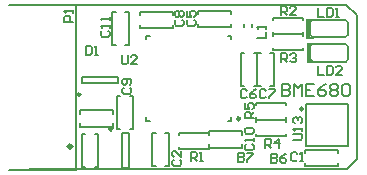
<source format=gto>
G04 Layer_Color=65535*
%FSLAX25Y25*%
%MOIN*%
G70*
G01*
G75*
%ADD22C,0.00800*%
%ADD23C,0.00600*%
%ADD34C,0.01181*%
%ADD35C,0.00984*%
%ADD36C,0.00500*%
%ADD37C,0.00787*%
%ADD38C,0.00591*%
%ADD39R,0.02300X0.00650*%
%ADD40R,0.01800X0.06700*%
%ADD41R,0.02560X0.00730*%
D22*
X101499Y40896D02*
G03*
X102349Y40046I850J0D01*
G01*
Y45946D02*
G03*
X101499Y45096I0J-850D01*
G01*
X113261Y40046D02*
G03*
X114111Y40896I0J850D01*
G01*
Y45096D02*
G03*
X113261Y45946I-850J0D01*
G01*
X101399Y48996D02*
G03*
X102249Y48146I850J0D01*
G01*
Y54046D02*
G03*
X101399Y53196I0J-850D01*
G01*
X113161Y48146D02*
G03*
X114011Y48996I0J850D01*
G01*
Y53196D02*
G03*
X113161Y54046I-850J0D01*
G01*
X101499Y40896D02*
Y45096D01*
X114111Y40896D02*
Y45096D01*
X102349Y40046D02*
X113261D01*
X102349Y45946D02*
X113261D01*
X101399Y48996D02*
Y53196D01*
X114011Y48996D02*
Y53196D01*
X102249Y48146D02*
X113161D01*
X102249Y54046D02*
X113161D01*
X112500Y59000D02*
X113500D01*
X5000D02*
X74500D01*
X113000D01*
X113500D02*
X117000Y55500D01*
Y7500D02*
Y55500D01*
X113700Y4200D02*
X117000Y7500D01*
X7700Y4200D02*
X113700D01*
D23*
X92000Y32599D02*
Y28600D01*
X93999D01*
X94666Y29266D01*
Y29933D01*
X93999Y30599D01*
X92000D01*
X93999D01*
X94666Y31266D01*
Y31932D01*
X93999Y32599D01*
X92000D01*
X95999Y28600D02*
Y32599D01*
X97332Y31266D01*
X98664Y32599D01*
Y28600D01*
X102663Y32599D02*
X99997D01*
Y28600D01*
X102663D01*
X99997Y30599D02*
X101330D01*
X106662Y32599D02*
X105329Y31932D01*
X103996Y30599D01*
Y29266D01*
X104663Y28600D01*
X105996D01*
X106662Y29266D01*
Y29933D01*
X105996Y30599D01*
X103996D01*
X107995Y31932D02*
X108661Y32599D01*
X109994D01*
X110661Y31932D01*
Y31266D01*
X109994Y30599D01*
X110661Y29933D01*
Y29266D01*
X109994Y28600D01*
X108661D01*
X107995Y29266D01*
Y29933D01*
X108661Y30599D01*
X107995Y31266D01*
Y31932D01*
X108661Y30599D02*
X109994D01*
X111994Y31932D02*
X112660Y32599D01*
X113993D01*
X114659Y31932D01*
Y29266D01*
X113993Y28600D01*
X112660D01*
X111994Y29266D01*
Y31932D01*
D34*
X21991Y11800D02*
G03*
X21991Y11800I-591J0D01*
G01*
D35*
X78041Y21079D02*
G03*
X78041Y21079I-492J0D01*
G01*
X24805Y29176D02*
G03*
X24805Y29176I-492J0D01*
G01*
X35472Y17685D02*
G03*
X35472Y17685I-492J0D01*
G01*
X99028Y24315D02*
G03*
X99028Y24315I-492J0D01*
G01*
D36*
X23359Y4000D02*
Y58888D01*
X1200Y3941D02*
X23188D01*
X1200Y59059D02*
X23188D01*
X22400Y53400D02*
X19401D01*
Y54900D01*
X19901Y55399D01*
X20900D01*
X21400Y54900D01*
Y53400D01*
X22400Y56399D02*
Y57399D01*
Y56899D01*
X19401D01*
X19901Y56399D01*
X38700Y42199D02*
Y39700D01*
X39200Y39200D01*
X40200D01*
X40699Y39700D01*
Y42199D01*
X43698Y39200D02*
X41699D01*
X43698Y41199D01*
Y41699D01*
X43199Y42199D01*
X42199D01*
X41699Y41699D01*
X26700Y45299D02*
Y42300D01*
X28199D01*
X28699Y42800D01*
Y44799D01*
X28199Y45299D01*
X26700D01*
X29699Y42300D02*
X30699D01*
X30199D01*
Y45299D01*
X29699Y44799D01*
X82700Y21200D02*
X79701D01*
Y22700D01*
X80201Y23199D01*
X81200D01*
X81700Y22700D01*
Y21200D01*
Y22200D02*
X82700Y23199D01*
X79701Y26198D02*
Y24199D01*
X81200D01*
X80701Y25199D01*
Y25699D01*
X81200Y26198D01*
X82200D01*
X82700Y25699D01*
Y24699D01*
X82200Y24199D01*
X103900Y38699D02*
Y35700D01*
X105899D01*
X106899Y38699D02*
Y35700D01*
X108399D01*
X108898Y36200D01*
Y38199D01*
X108399Y38699D01*
X106899D01*
X111897Y35700D02*
X109898D01*
X111897Y37699D01*
Y38199D01*
X111398Y38699D01*
X110398D01*
X109898Y38199D01*
X83601Y48000D02*
X86600D01*
Y49999D01*
Y50999D02*
Y51999D01*
Y51499D01*
X83601D01*
X84101Y50999D01*
X32101Y50399D02*
X31601Y49900D01*
Y48900D01*
X32101Y48400D01*
X34100D01*
X34600Y48900D01*
Y49900D01*
X34100Y50399D01*
X34600Y51399D02*
Y52399D01*
Y51899D01*
X31601D01*
X32101Y51399D01*
X34600Y53898D02*
Y54898D01*
Y54398D01*
X31601D01*
X32101Y53898D01*
X95801Y14000D02*
X98300D01*
X98800Y14500D01*
Y15499D01*
X98300Y15999D01*
X95801D01*
X98800Y16999D02*
Y17999D01*
Y17499D01*
X95801D01*
X96301Y16999D01*
Y19498D02*
X95801Y19998D01*
Y20998D01*
X96301Y21498D01*
X96801D01*
X97300Y20998D01*
Y20498D01*
Y20998D01*
X97800Y21498D01*
X98300D01*
X98800Y20998D01*
Y19998D01*
X98300Y19498D01*
X97099Y9399D02*
X96600Y9899D01*
X95600D01*
X95100Y9399D01*
Y7400D01*
X95600Y6900D01*
X96600D01*
X97099Y7400D01*
X98099Y6900D02*
X99099D01*
X98599D01*
Y9899D01*
X98099Y9399D01*
X56001Y7399D02*
X55501Y6899D01*
Y5900D01*
X56001Y5400D01*
X58000D01*
X58500Y5900D01*
Y6899D01*
X58000Y7399D01*
X58500Y10398D02*
Y8399D01*
X56501Y10398D01*
X56001D01*
X55501Y9899D01*
Y8899D01*
X56001Y8399D01*
X60801Y53999D02*
X60301Y53500D01*
Y52500D01*
X60801Y52000D01*
X62800D01*
X63300Y52500D01*
Y53500D01*
X62800Y53999D01*
X60301Y56998D02*
Y54999D01*
X61800D01*
X61301Y55999D01*
Y56499D01*
X61800Y56998D01*
X62800D01*
X63300Y56499D01*
Y55499D01*
X62800Y54999D01*
X80299Y30399D02*
X79799Y30899D01*
X78800D01*
X78300Y30399D01*
Y28400D01*
X78800Y27900D01*
X79799D01*
X80299Y28400D01*
X83298Y30899D02*
X82299Y30399D01*
X81299Y29399D01*
Y28400D01*
X81799Y27900D01*
X82799D01*
X83298Y28400D01*
Y28900D01*
X82799Y29399D01*
X81299D01*
X86599Y30299D02*
X86099Y30799D01*
X85100D01*
X84600Y30299D01*
Y28300D01*
X85100Y27800D01*
X86099D01*
X86599Y28300D01*
X87599Y30799D02*
X89598D01*
Y30299D01*
X87599Y28300D01*
Y27800D01*
X56801Y54099D02*
X56301Y53600D01*
Y52600D01*
X56801Y52100D01*
X58800D01*
X59300Y52600D01*
Y53600D01*
X58800Y54099D01*
X56801Y55099D02*
X56301Y55599D01*
Y56599D01*
X56801Y57098D01*
X57301D01*
X57801Y56599D01*
X58300Y57098D01*
X58800D01*
X59300Y56599D01*
Y55599D01*
X58800Y55099D01*
X58300D01*
X57801Y55599D01*
X57301Y55099D01*
X56801D01*
X57801Y55599D02*
Y56599D01*
X39301Y31399D02*
X38801Y30900D01*
Y29900D01*
X39301Y29400D01*
X41300D01*
X41800Y29900D01*
Y30900D01*
X41300Y31399D01*
Y32399D02*
X41800Y32899D01*
Y33899D01*
X41300Y34398D01*
X39301D01*
X38801Y33899D01*
Y32899D01*
X39301Y32399D01*
X39801D01*
X40301Y32899D01*
Y34398D01*
X80101Y12499D02*
X79601Y11999D01*
Y11000D01*
X80101Y10500D01*
X82100D01*
X82600Y11000D01*
Y11999D01*
X82100Y12499D01*
X82600Y13499D02*
Y14499D01*
Y13999D01*
X79601D01*
X80101Y13499D01*
Y15998D02*
X79601Y16498D01*
Y17498D01*
X80101Y17998D01*
X82100D01*
X82600Y17498D01*
Y16498D01*
X82100Y15998D01*
X80101D01*
X104000Y58099D02*
Y55100D01*
X105999D01*
X106999Y58099D02*
Y55100D01*
X108499D01*
X108998Y55600D01*
Y57599D01*
X108499Y58099D01*
X106999D01*
X109998Y55100D02*
X110998D01*
X110498D01*
Y58099D01*
X109998Y57599D01*
X61600Y7000D02*
Y9999D01*
X63099D01*
X63599Y9499D01*
Y8500D01*
X63099Y8000D01*
X61600D01*
X62600D02*
X63599Y7000D01*
X64599D02*
X65599D01*
X65099D01*
Y9999D01*
X64599Y9499D01*
X91700Y55500D02*
Y58499D01*
X93199D01*
X93699Y57999D01*
Y56999D01*
X93199Y56500D01*
X91700D01*
X92700D02*
X93699Y55500D01*
X96698D02*
X94699D01*
X96698Y57499D01*
Y57999D01*
X96199Y58499D01*
X95199D01*
X94699Y57999D01*
X91800Y39900D02*
Y42899D01*
X93300D01*
X93799Y42399D01*
Y41399D01*
X93300Y40900D01*
X91800D01*
X92800D02*
X93799Y39900D01*
X94799Y42399D02*
X95299Y42899D01*
X96299D01*
X96798Y42399D01*
Y41899D01*
X96299Y41399D01*
X95799D01*
X96299D01*
X96798Y40900D01*
Y40400D01*
X96299Y39900D01*
X95299D01*
X94799Y40400D01*
X86500Y11400D02*
Y14399D01*
X87999D01*
X88499Y13899D01*
Y12900D01*
X87999Y12400D01*
X86500D01*
X87500D02*
X88499Y11400D01*
X90999D02*
Y14399D01*
X89499Y12900D01*
X91498D01*
X77400Y9699D02*
Y6700D01*
X78900D01*
X79399Y7200D01*
Y7700D01*
X78900Y8200D01*
X77400D01*
X78900D01*
X79399Y8699D01*
Y9199D01*
X78900Y9699D01*
X77400D01*
X80399D02*
X82398D01*
Y9199D01*
X80399Y7200D01*
Y6700D01*
X88400Y9299D02*
Y6300D01*
X89899D01*
X90399Y6800D01*
Y7300D01*
X89899Y7800D01*
X88400D01*
X89899D01*
X90399Y8299D01*
Y8799D01*
X89899Y9299D01*
X88400D01*
X93398D02*
X92399Y8799D01*
X91399Y7800D01*
Y6800D01*
X91899Y6300D01*
X92899D01*
X93398Y6800D01*
Y7300D01*
X92899Y7800D01*
X91399D01*
D37*
X46827Y20327D02*
X48008D01*
X46827D02*
Y21508D01*
Y48673D02*
X48008D01*
X46827Y47492D02*
Y48673D01*
X73992D02*
X75173D01*
Y47492D02*
Y48673D01*
X73992Y20327D02*
X75173D01*
Y21508D01*
X25495Y32916D02*
Y34884D01*
X37306Y32916D02*
Y34884D01*
X25495Y32916D02*
X37306D01*
X25495Y34884D02*
X37306D01*
X38819Y16209D02*
X41181D01*
X38819Y4791D02*
X41181D01*
X38819D02*
Y16209D01*
X41181Y4791D02*
Y16209D01*
X82176Y51706D02*
Y52494D01*
X79224Y51706D02*
Y52494D01*
X104331Y12000D02*
X114000D01*
X100000D02*
Y26000D01*
X114000D01*
Y12000D02*
Y26000D01*
X100000Y12000D02*
X104331D01*
D38*
X83531Y20744D02*
Y21500D01*
Y20744D02*
X93532D01*
Y21500D01*
Y25500D02*
Y26256D01*
X83531D02*
X93532D01*
X83531Y25500D02*
Y26256D01*
X39775Y45588D02*
X40956D01*
Y56612D01*
X39775D02*
X40956D01*
X35444D02*
X36625D01*
X35444Y45588D02*
Y56612D01*
Y45588D02*
X36625D01*
X110812Y9575D02*
Y10756D01*
X99788D02*
X110812D01*
X99788Y9575D02*
Y10756D01*
Y5244D02*
Y6425D01*
Y5244D02*
X110812D01*
Y6425D01*
X53175Y5288D02*
X54356D01*
Y16312D01*
X53175D02*
X54356D01*
X48844D02*
X50025D01*
X48844Y5288D02*
Y16312D01*
Y5288D02*
X50025D01*
X24788Y18444D02*
Y19625D01*
Y18444D02*
X35812D01*
Y19625D01*
Y22775D02*
Y23956D01*
X24788D02*
X35812D01*
X24788Y22775D02*
Y23956D01*
X29575Y4988D02*
X30756D01*
Y16012D01*
X29575D02*
X30756D01*
X25244D02*
X26425D01*
X25244Y4988D02*
Y16012D01*
Y4988D02*
X26425D01*
X63988Y51544D02*
Y52725D01*
Y51544D02*
X75012D01*
Y52725D01*
Y55875D02*
Y57056D01*
X63988D02*
X75012D01*
X63988Y55875D02*
Y57056D01*
X82575Y31888D02*
X83756D01*
Y42912D01*
X82575D02*
X83756D01*
X78244D02*
X79425D01*
X78244Y31888D02*
Y42912D01*
Y31888D02*
X79425D01*
X88075D02*
X89256D01*
Y42912D01*
X88075D02*
X89256D01*
X83744D02*
X84925D01*
X83744Y31888D02*
Y42912D01*
Y31888D02*
X84925D01*
X55612Y55475D02*
Y56656D01*
X44588D02*
X55612D01*
X44588Y55475D02*
Y56656D01*
Y51144D02*
Y52325D01*
Y51144D02*
X55612D01*
Y52325D01*
X36944Y28512D02*
X38125D01*
X36944Y17488D02*
Y28512D01*
Y17488D02*
X38125D01*
X41275D02*
X42456D01*
Y28512D01*
X41275D02*
X42456D01*
X67688Y11444D02*
Y12625D01*
Y11444D02*
X78712D01*
Y12625D01*
Y15775D02*
Y16956D01*
X67688D02*
X78712D01*
X67688Y15775D02*
Y16956D01*
X57700Y10944D02*
Y11700D01*
Y10944D02*
X67700D01*
Y11700D01*
Y15700D02*
Y16456D01*
X57700D02*
X67700D01*
X57700Y15700D02*
Y16456D01*
X88900Y49244D02*
Y50000D01*
Y49244D02*
X98900D01*
Y50000D01*
Y54000D02*
Y54756D01*
X88900D02*
X98900D01*
X88900Y54000D02*
Y54756D01*
Y43844D02*
Y44600D01*
Y43844D02*
X98900D01*
Y44600D01*
Y48600D02*
Y49356D01*
X88900D02*
X98900D01*
X88900Y48600D02*
Y49356D01*
X83500Y15244D02*
Y16000D01*
Y15244D02*
X93500D01*
Y16000D01*
Y20000D02*
Y20756D01*
X83500D02*
X93500D01*
X83500Y20000D02*
Y20756D01*
D39*
X101891Y39974D02*
D03*
X101791Y48074D02*
D03*
D40*
X100891Y42999D02*
D03*
X100791Y51099D02*
D03*
D41*
X102021Y45983D02*
D03*
X101921Y54083D02*
D03*
M02*

</source>
